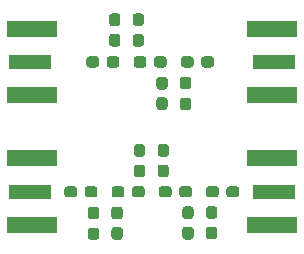
<source format=gbr>
G04 #@! TF.GenerationSoftware,KiCad,Pcbnew,(5.1.7)-1*
G04 #@! TF.CreationDate,2020-11-10T17:22:49+01:00*
G04 #@! TF.ProjectId,137_MHz_BPF_2nd_Order,3133375f-4d48-47a5-9f42-50465f326e64,rev?*
G04 #@! TF.SameCoordinates,Original*
G04 #@! TF.FileFunction,Paste,Top*
G04 #@! TF.FilePolarity,Positive*
%FSLAX46Y46*%
G04 Gerber Fmt 4.6, Leading zero omitted, Abs format (unit mm)*
G04 Created by KiCad (PCBNEW (5.1.7)-1) date 2020-11-10 17:22:49*
%MOMM*%
%LPD*%
G01*
G04 APERTURE LIST*
%ADD10R,3.600000X1.270000*%
%ADD11R,4.200000X1.350000*%
G04 APERTURE END LIST*
G36*
G01*
X39325000Y-58237500D02*
X39325000Y-57762500D01*
G75*
G02*
X39562500Y-57525000I237500J0D01*
G01*
X40162500Y-57525000D01*
G75*
G02*
X40400000Y-57762500I0J-237500D01*
G01*
X40400000Y-58237500D01*
G75*
G02*
X40162500Y-58475000I-237500J0D01*
G01*
X39562500Y-58475000D01*
G75*
G02*
X39325000Y-58237500I0J237500D01*
G01*
G37*
G36*
G01*
X37600000Y-58237500D02*
X37600000Y-57762500D01*
G75*
G02*
X37837500Y-57525000I237500J0D01*
G01*
X38437500Y-57525000D01*
G75*
G02*
X38675000Y-57762500I0J-237500D01*
G01*
X38675000Y-58237500D01*
G75*
G02*
X38437500Y-58475000I-237500J0D01*
G01*
X37837500Y-58475000D01*
G75*
G02*
X37600000Y-58237500I0J237500D01*
G01*
G37*
G36*
G01*
X39762500Y-55625000D02*
X40237500Y-55625000D01*
G75*
G02*
X40475000Y-55862500I0J-237500D01*
G01*
X40475000Y-56462500D01*
G75*
G02*
X40237500Y-56700000I-237500J0D01*
G01*
X39762500Y-56700000D01*
G75*
G02*
X39525000Y-56462500I0J237500D01*
G01*
X39525000Y-55862500D01*
G75*
G02*
X39762500Y-55625000I237500J0D01*
G01*
G37*
G36*
G01*
X39762500Y-53900000D02*
X40237500Y-53900000D01*
G75*
G02*
X40475000Y-54137500I0J-237500D01*
G01*
X40475000Y-54737500D01*
G75*
G02*
X40237500Y-54975000I-237500J0D01*
G01*
X39762500Y-54975000D01*
G75*
G02*
X39525000Y-54737500I0J237500D01*
G01*
X39525000Y-54137500D01*
G75*
G02*
X39762500Y-53900000I237500J0D01*
G01*
G37*
G36*
G01*
X41600000Y-58237500D02*
X41600000Y-57762500D01*
G75*
G02*
X41837500Y-57525000I237500J0D01*
G01*
X42437500Y-57525000D01*
G75*
G02*
X42675000Y-57762500I0J-237500D01*
G01*
X42675000Y-58237500D01*
G75*
G02*
X42437500Y-58475000I-237500J0D01*
G01*
X41837500Y-58475000D01*
G75*
G02*
X41600000Y-58237500I0J237500D01*
G01*
G37*
G36*
G01*
X43325000Y-58237500D02*
X43325000Y-57762500D01*
G75*
G02*
X43562500Y-57525000I237500J0D01*
G01*
X44162500Y-57525000D01*
G75*
G02*
X44400000Y-57762500I0J-237500D01*
G01*
X44400000Y-58237500D01*
G75*
G02*
X44162500Y-58475000I-237500J0D01*
G01*
X43562500Y-58475000D01*
G75*
G02*
X43325000Y-58237500I0J237500D01*
G01*
G37*
G36*
G01*
X44237500Y-62062500D02*
X43762500Y-62062500D01*
G75*
G02*
X43525000Y-61825000I0J237500D01*
G01*
X43525000Y-61225000D01*
G75*
G02*
X43762500Y-60987500I237500J0D01*
G01*
X44237500Y-60987500D01*
G75*
G02*
X44475000Y-61225000I0J-237500D01*
G01*
X44475000Y-61825000D01*
G75*
G02*
X44237500Y-62062500I-237500J0D01*
G01*
G37*
G36*
G01*
X44237500Y-60337500D02*
X43762500Y-60337500D01*
G75*
G02*
X43525000Y-60100000I0J237500D01*
G01*
X43525000Y-59500000D01*
G75*
G02*
X43762500Y-59262500I237500J0D01*
G01*
X44237500Y-59262500D01*
G75*
G02*
X44475000Y-59500000I0J-237500D01*
G01*
X44475000Y-60100000D01*
G75*
G02*
X44237500Y-60337500I-237500J0D01*
G01*
G37*
G36*
G01*
X47325000Y-58237500D02*
X47325000Y-57762500D01*
G75*
G02*
X47562500Y-57525000I237500J0D01*
G01*
X48162500Y-57525000D01*
G75*
G02*
X48400000Y-57762500I0J-237500D01*
G01*
X48400000Y-58237500D01*
G75*
G02*
X48162500Y-58475000I-237500J0D01*
G01*
X47562500Y-58475000D01*
G75*
G02*
X47325000Y-58237500I0J237500D01*
G01*
G37*
G36*
G01*
X45600000Y-58237500D02*
X45600000Y-57762500D01*
G75*
G02*
X45837500Y-57525000I237500J0D01*
G01*
X46437500Y-57525000D01*
G75*
G02*
X46675000Y-57762500I0J-237500D01*
G01*
X46675000Y-58237500D01*
G75*
G02*
X46437500Y-58475000I-237500J0D01*
G01*
X45837500Y-58475000D01*
G75*
G02*
X45600000Y-58237500I0J237500D01*
G01*
G37*
G36*
G01*
X37462500Y-69237500D02*
X37462500Y-68762500D01*
G75*
G02*
X37700000Y-68525000I237500J0D01*
G01*
X38300000Y-68525000D01*
G75*
G02*
X38537500Y-68762500I0J-237500D01*
G01*
X38537500Y-69237500D01*
G75*
G02*
X38300000Y-69475000I-237500J0D01*
G01*
X37700000Y-69475000D01*
G75*
G02*
X37462500Y-69237500I0J237500D01*
G01*
G37*
G36*
G01*
X35737500Y-69237500D02*
X35737500Y-68762500D01*
G75*
G02*
X35975000Y-68525000I237500J0D01*
G01*
X36575000Y-68525000D01*
G75*
G02*
X36812500Y-68762500I0J-237500D01*
G01*
X36812500Y-69237500D01*
G75*
G02*
X36575000Y-69475000I-237500J0D01*
G01*
X35975000Y-69475000D01*
G75*
G02*
X35737500Y-69237500I0J237500D01*
G01*
G37*
G36*
G01*
X39737500Y-69237500D02*
X39737500Y-68762500D01*
G75*
G02*
X39975000Y-68525000I237500J0D01*
G01*
X40575000Y-68525000D01*
G75*
G02*
X40812500Y-68762500I0J-237500D01*
G01*
X40812500Y-69237500D01*
G75*
G02*
X40575000Y-69475000I-237500J0D01*
G01*
X39975000Y-69475000D01*
G75*
G02*
X39737500Y-69237500I0J237500D01*
G01*
G37*
G36*
G01*
X41462500Y-69237500D02*
X41462500Y-68762500D01*
G75*
G02*
X41700000Y-68525000I237500J0D01*
G01*
X42300000Y-68525000D01*
G75*
G02*
X42537500Y-68762500I0J-237500D01*
G01*
X42537500Y-69237500D01*
G75*
G02*
X42300000Y-69475000I-237500J0D01*
G01*
X41700000Y-69475000D01*
G75*
G02*
X41462500Y-69237500I0J237500D01*
G01*
G37*
G36*
G01*
X45462500Y-69237500D02*
X45462500Y-68762500D01*
G75*
G02*
X45700000Y-68525000I237500J0D01*
G01*
X46300000Y-68525000D01*
G75*
G02*
X46537500Y-68762500I0J-237500D01*
G01*
X46537500Y-69237500D01*
G75*
G02*
X46300000Y-69475000I-237500J0D01*
G01*
X45700000Y-69475000D01*
G75*
G02*
X45462500Y-69237500I0J237500D01*
G01*
G37*
G36*
G01*
X43737500Y-69237500D02*
X43737500Y-68762500D01*
G75*
G02*
X43975000Y-68525000I237500J0D01*
G01*
X44575000Y-68525000D01*
G75*
G02*
X44812500Y-68762500I0J-237500D01*
G01*
X44812500Y-69237500D01*
G75*
G02*
X44575000Y-69475000I-237500J0D01*
G01*
X43975000Y-69475000D01*
G75*
G02*
X43737500Y-69237500I0J237500D01*
G01*
G37*
G36*
G01*
X49462500Y-69237500D02*
X49462500Y-68762500D01*
G75*
G02*
X49700000Y-68525000I237500J0D01*
G01*
X50300000Y-68525000D01*
G75*
G02*
X50537500Y-68762500I0J-237500D01*
G01*
X50537500Y-69237500D01*
G75*
G02*
X50300000Y-69475000I-237500J0D01*
G01*
X49700000Y-69475000D01*
G75*
G02*
X49462500Y-69237500I0J237500D01*
G01*
G37*
G36*
G01*
X47737500Y-69237500D02*
X47737500Y-68762500D01*
G75*
G02*
X47975000Y-68525000I237500J0D01*
G01*
X48575000Y-68525000D01*
G75*
G02*
X48812500Y-68762500I0J-237500D01*
G01*
X48812500Y-69237500D01*
G75*
G02*
X48575000Y-69475000I-237500J0D01*
G01*
X47975000Y-69475000D01*
G75*
G02*
X47737500Y-69237500I0J237500D01*
G01*
G37*
G36*
G01*
X40437500Y-73062500D02*
X39962500Y-73062500D01*
G75*
G02*
X39725000Y-72825000I0J237500D01*
G01*
X39725000Y-72225000D01*
G75*
G02*
X39962500Y-71987500I237500J0D01*
G01*
X40437500Y-71987500D01*
G75*
G02*
X40675000Y-72225000I0J-237500D01*
G01*
X40675000Y-72825000D01*
G75*
G02*
X40437500Y-73062500I-237500J0D01*
G01*
G37*
G36*
G01*
X40437500Y-71337500D02*
X39962500Y-71337500D01*
G75*
G02*
X39725000Y-71100000I0J237500D01*
G01*
X39725000Y-70500000D01*
G75*
G02*
X39962500Y-70262500I237500J0D01*
G01*
X40437500Y-70262500D01*
G75*
G02*
X40675000Y-70500000I0J-237500D01*
G01*
X40675000Y-71100000D01*
G75*
G02*
X40437500Y-71337500I-237500J0D01*
G01*
G37*
G36*
G01*
X43862500Y-64962500D02*
X44337500Y-64962500D01*
G75*
G02*
X44575000Y-65200000I0J-237500D01*
G01*
X44575000Y-65800000D01*
G75*
G02*
X44337500Y-66037500I-237500J0D01*
G01*
X43862500Y-66037500D01*
G75*
G02*
X43625000Y-65800000I0J237500D01*
G01*
X43625000Y-65200000D01*
G75*
G02*
X43862500Y-64962500I237500J0D01*
G01*
G37*
G36*
G01*
X43862500Y-66687500D02*
X44337500Y-66687500D01*
G75*
G02*
X44575000Y-66925000I0J-237500D01*
G01*
X44575000Y-67525000D01*
G75*
G02*
X44337500Y-67762500I-237500J0D01*
G01*
X43862500Y-67762500D01*
G75*
G02*
X43625000Y-67525000I0J237500D01*
G01*
X43625000Y-66925000D01*
G75*
G02*
X43862500Y-66687500I237500J0D01*
G01*
G37*
G36*
G01*
X46437500Y-73037500D02*
X45962500Y-73037500D01*
G75*
G02*
X45725000Y-72800000I0J237500D01*
G01*
X45725000Y-72200000D01*
G75*
G02*
X45962500Y-71962500I237500J0D01*
G01*
X46437500Y-71962500D01*
G75*
G02*
X46675000Y-72200000I0J-237500D01*
G01*
X46675000Y-72800000D01*
G75*
G02*
X46437500Y-73037500I-237500J0D01*
G01*
G37*
G36*
G01*
X46437500Y-71312500D02*
X45962500Y-71312500D01*
G75*
G02*
X45725000Y-71075000I0J237500D01*
G01*
X45725000Y-70475000D01*
G75*
G02*
X45962500Y-70237500I237500J0D01*
G01*
X46437500Y-70237500D01*
G75*
G02*
X46675000Y-70475000I0J-237500D01*
G01*
X46675000Y-71075000D01*
G75*
G02*
X46437500Y-71312500I-237500J0D01*
G01*
G37*
D10*
X32800000Y-58000000D03*
D11*
X33000000Y-60825000D03*
X33000000Y-55175000D03*
X53300000Y-60825000D03*
X53300000Y-55175000D03*
D10*
X53500000Y-58000000D03*
D11*
X33000000Y-66175000D03*
X33000000Y-71825000D03*
D10*
X32800000Y-69000000D03*
X53500000Y-69000000D03*
D11*
X53300000Y-66175000D03*
X53300000Y-71825000D03*
G36*
G01*
X42237500Y-56700000D02*
X41762500Y-56700000D01*
G75*
G02*
X41525000Y-56462500I0J237500D01*
G01*
X41525000Y-55887500D01*
G75*
G02*
X41762500Y-55650000I237500J0D01*
G01*
X42237500Y-55650000D01*
G75*
G02*
X42475000Y-55887500I0J-237500D01*
G01*
X42475000Y-56462500D01*
G75*
G02*
X42237500Y-56700000I-237500J0D01*
G01*
G37*
G36*
G01*
X42237500Y-54950000D02*
X41762500Y-54950000D01*
G75*
G02*
X41525000Y-54712500I0J237500D01*
G01*
X41525000Y-54137500D01*
G75*
G02*
X41762500Y-53900000I237500J0D01*
G01*
X42237500Y-53900000D01*
G75*
G02*
X42475000Y-54137500I0J-237500D01*
G01*
X42475000Y-54712500D01*
G75*
G02*
X42237500Y-54950000I-237500J0D01*
G01*
G37*
G36*
G01*
X45762500Y-59275000D02*
X46237500Y-59275000D01*
G75*
G02*
X46475000Y-59512500I0J-237500D01*
G01*
X46475000Y-60087500D01*
G75*
G02*
X46237500Y-60325000I-237500J0D01*
G01*
X45762500Y-60325000D01*
G75*
G02*
X45525000Y-60087500I0J237500D01*
G01*
X45525000Y-59512500D01*
G75*
G02*
X45762500Y-59275000I237500J0D01*
G01*
G37*
G36*
G01*
X45762500Y-61025000D02*
X46237500Y-61025000D01*
G75*
G02*
X46475000Y-61262500I0J-237500D01*
G01*
X46475000Y-61837500D01*
G75*
G02*
X46237500Y-62075000I-237500J0D01*
G01*
X45762500Y-62075000D01*
G75*
G02*
X45525000Y-61837500I0J237500D01*
G01*
X45525000Y-61262500D01*
G75*
G02*
X45762500Y-61025000I237500J0D01*
G01*
G37*
G36*
G01*
X37962500Y-72025000D02*
X38437500Y-72025000D01*
G75*
G02*
X38675000Y-72262500I0J-237500D01*
G01*
X38675000Y-72837500D01*
G75*
G02*
X38437500Y-73075000I-237500J0D01*
G01*
X37962500Y-73075000D01*
G75*
G02*
X37725000Y-72837500I0J237500D01*
G01*
X37725000Y-72262500D01*
G75*
G02*
X37962500Y-72025000I237500J0D01*
G01*
G37*
G36*
G01*
X37962500Y-70275000D02*
X38437500Y-70275000D01*
G75*
G02*
X38675000Y-70512500I0J-237500D01*
G01*
X38675000Y-71087500D01*
G75*
G02*
X38437500Y-71325000I-237500J0D01*
G01*
X37962500Y-71325000D01*
G75*
G02*
X37725000Y-71087500I0J237500D01*
G01*
X37725000Y-70512500D01*
G75*
G02*
X37962500Y-70275000I237500J0D01*
G01*
G37*
G36*
G01*
X42337500Y-67775000D02*
X41862500Y-67775000D01*
G75*
G02*
X41625000Y-67537500I0J237500D01*
G01*
X41625000Y-66962500D01*
G75*
G02*
X41862500Y-66725000I237500J0D01*
G01*
X42337500Y-66725000D01*
G75*
G02*
X42575000Y-66962500I0J-237500D01*
G01*
X42575000Y-67537500D01*
G75*
G02*
X42337500Y-67775000I-237500J0D01*
G01*
G37*
G36*
G01*
X42337500Y-66025000D02*
X41862500Y-66025000D01*
G75*
G02*
X41625000Y-65787500I0J237500D01*
G01*
X41625000Y-65212500D01*
G75*
G02*
X41862500Y-64975000I237500J0D01*
G01*
X42337500Y-64975000D01*
G75*
G02*
X42575000Y-65212500I0J-237500D01*
G01*
X42575000Y-65787500D01*
G75*
G02*
X42337500Y-66025000I-237500J0D01*
G01*
G37*
G36*
G01*
X47962500Y-71975000D02*
X48437500Y-71975000D01*
G75*
G02*
X48675000Y-72212500I0J-237500D01*
G01*
X48675000Y-72787500D01*
G75*
G02*
X48437500Y-73025000I-237500J0D01*
G01*
X47962500Y-73025000D01*
G75*
G02*
X47725000Y-72787500I0J237500D01*
G01*
X47725000Y-72212500D01*
G75*
G02*
X47962500Y-71975000I237500J0D01*
G01*
G37*
G36*
G01*
X47962500Y-70225000D02*
X48437500Y-70225000D01*
G75*
G02*
X48675000Y-70462500I0J-237500D01*
G01*
X48675000Y-71037500D01*
G75*
G02*
X48437500Y-71275000I-237500J0D01*
G01*
X47962500Y-71275000D01*
G75*
G02*
X47725000Y-71037500I0J237500D01*
G01*
X47725000Y-70462500D01*
G75*
G02*
X47962500Y-70225000I237500J0D01*
G01*
G37*
M02*

</source>
